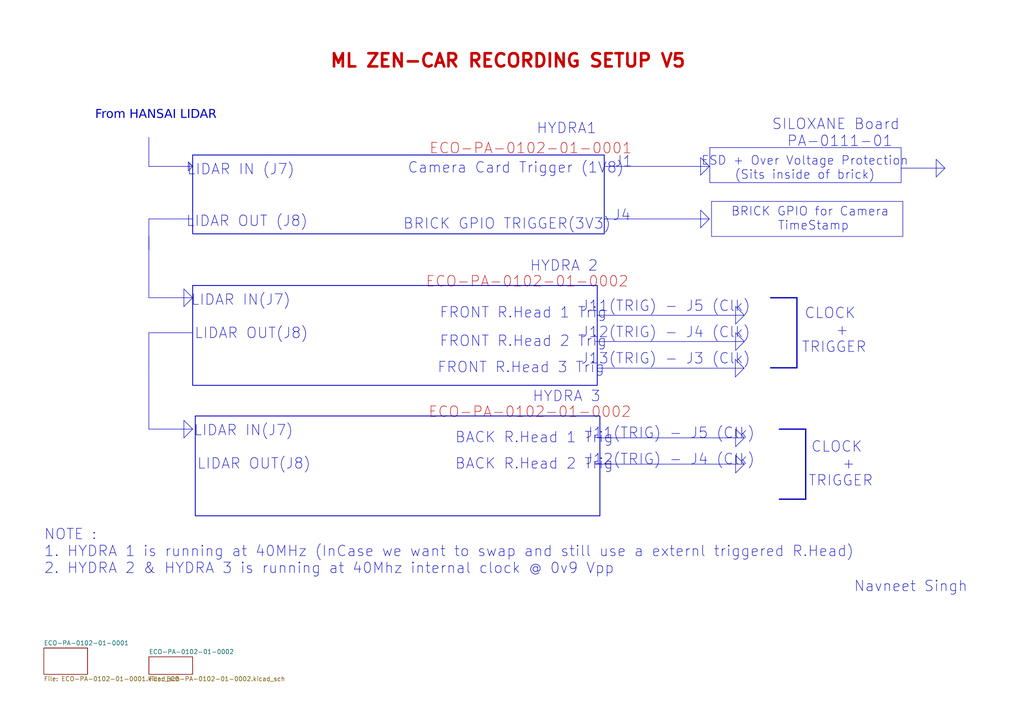
<source format=kicad_sch>
(kicad_sch
	(version 20231120)
	(generator "eeschema")
	(generator_version "8.0")
	(uuid "fea627ab-c9af-4a95-999c-c97ead2f931c")
	(paper "A4")
	(lib_symbols)
	(polyline
		(pts
			(xy 43.18 106.68) (xy 43.18 124.46)
		)
		(stroke
			(width 0)
			(type default)
		)
		(uuid "003337f9-ed0e-4700-a3ff-c0844aa6bf04")
	)
	(polyline
		(pts
			(xy 215.9 127) (xy 213.36 124.46)
		)
		(stroke
			(width 0)
			(type default)
		)
		(uuid "00b97949-3101-4f28-beda-79e97518eaa5")
	)
	(polyline
		(pts
			(xy 205.74 48.26) (xy 203.2 45.72)
		)
		(stroke
			(width 0)
			(type default)
		)
		(uuid "04a69e04-e47d-4f34-a52a-f26bf25c6624")
	)
	(polyline
		(pts
			(xy 172.72 134.62) (xy 215.9 134.62)
		)
		(stroke
			(width 0)
			(type default)
		)
		(uuid "0a12a930-ab87-4dc1-9057-c7b7a6512d67")
	)
	(polyline
		(pts
			(xy 213.36 129.54) (xy 215.9 127)
		)
		(stroke
			(width 0)
			(type default)
		)
		(uuid "0b6c62d6-9fba-4cc8-a7bd-60eece67dea3")
	)
	(polyline
		(pts
			(xy 271.526 51.308) (xy 274.066 48.768)
		)
		(stroke
			(width 0)
			(type default)
		)
		(uuid "0b8bf2fa-ee29-406e-b121-a1050d25cd17")
	)
	(polyline
		(pts
			(xy 55.88 48.26) (xy 54.61 49.53)
		)
		(stroke
			(width 0)
			(type default)
		)
		(uuid "0b97910d-a174-4bd9-88d6-1a90294e9973")
	)
	(polyline
		(pts
			(xy 203.2 66.04) (xy 205.74 63.5)
		)
		(stroke
			(width 0)
			(type default)
		)
		(uuid "0c608616-7c3a-44d6-b25e-e4dae33278c5")
	)
	(polyline
		(pts
			(xy 43.18 63.5) (xy 43.18 72.39)
		)
		(stroke
			(width 0)
			(type default)
		)
		(uuid "0ddcd18d-6f23-487d-85f7-2c305e8ec453")
	)
	(polyline
		(pts
			(xy 173.1922 91.4361) (xy 215.9 91.44)
		)
		(stroke
			(width 0)
			(type default)
		)
		(uuid "10c61e63-8a48-4046-8692-6c34cfc28b4f")
	)
	(polyline
		(pts
			(xy 203.2 50.8) (xy 205.74 48.26)
		)
		(stroke
			(width 0)
			(type default)
		)
		(uuid "169a7457-6f57-4cf5-b97e-a87da5a40ee2")
	)
	(polyline
		(pts
			(xy 43.18 48.26) (xy 55.88 48.26)
		)
		(stroke
			(width 0)
			(type default)
		)
		(uuid "194012a3-a99e-4ded-a49f-6c94a0521bd9")
	)
	(polyline
		(pts
			(xy 213.36 132.08) (xy 213.36 137.16)
		)
		(stroke
			(width 0)
			(type default)
		)
		(uuid "1c0794f9-8a58-424c-9907-7e061b494608")
	)
	(polyline
		(pts
			(xy 223.52 86.36) (xy 231.14 86.36)
		)
		(stroke
			(width 0.381)
			(type default)
		)
		(uuid "28f59892-0079-41da-9b15-948163ef86b0")
	)
	(polyline
		(pts
			(xy 226.06 124.46) (xy 233.68 124.46)
		)
		(stroke
			(width 0.381)
			(type default)
		)
		(uuid "2960d7f6-cdb5-43cd-99ee-b9c0ff8d7743")
	)
	(polyline
		(pts
			(xy 175.26 48.26) (xy 205.74 48.26)
		)
		(stroke
			(width 0)
			(type default)
		)
		(uuid "2d51caf9-6f24-4819-94e7-b7e7c7019c52")
	)
	(polyline
		(pts
			(xy 215.9 134.62) (xy 213.36 132.08)
		)
		(stroke
			(width 0)
			(type default)
		)
		(uuid "2f44e318-e11d-4b42-9d75-4e6f0151e475")
	)
	(polyline
		(pts
			(xy 203.2 60.96) (xy 203.2 66.04)
		)
		(stroke
			(width 0)
			(type default)
		)
		(uuid "2f7eeb75-f59b-4496-a31d-be8d92a9ee71")
	)
	(polyline
		(pts
			(xy 233.68 124.46) (xy 233.68 144.78)
		)
		(stroke
			(width 0.381)
			(type default)
		)
		(uuid "3056a98e-7391-48e1-bf46-3dc402c93e26")
	)
	(polyline
		(pts
			(xy 213.36 124.46) (xy 213.36 129.54)
		)
		(stroke
			(width 0)
			(type default)
		)
		(uuid "381a2e52-816f-4f13-8c27-3101812e4db2")
	)
	(polyline
		(pts
			(xy 43.18 39.878) (xy 43.18 48.26)
		)
		(stroke
			(width 0)
			(type default)
		)
		(uuid "434e1c73-f18b-485d-abc3-ae108b1d74f0")
	)
	(polyline
		(pts
			(xy 173.1922 126.9961) (xy 215.9 127)
		)
		(stroke
			(width 0)
			(type default)
		)
		(uuid "469ba60e-940d-4341-b63c-0afe3215042b")
	)
	(polyline
		(pts
			(xy 274.066 48.768) (xy 271.526 46.228)
		)
		(stroke
			(width 0)
			(type default)
		)
		(uuid "47a1a884-dab3-4ae0-b7a5-442eb4fd9eb7")
	)
	(polyline
		(pts
			(xy 54.61 46.99) (xy 55.88 48.26)
		)
		(stroke
			(width 0)
			(type default)
		)
		(uuid "52a4bc87-2e8c-408d-b260-3f3a00e75afc")
	)
	(polyline
		(pts
			(xy 54.61 46.99) (xy 55.88 48.26)
		)
		(stroke
			(width 0)
			(type default)
		)
		(uuid "5492b136-59b3-457c-b79b-eb2885544b88")
	)
	(polyline
		(pts
			(xy 53.34 121.92) (xy 53.34 127)
		)
		(stroke
			(width 0)
			(type default)
		)
		(uuid "55758bdf-d976-4f3a-a2f7-fb4659fa6edb")
	)
	(polyline
		(pts
			(xy 43.18 96.52) (xy 43.18 106.68)
		)
		(stroke
			(width 0)
			(type default)
		)
		(uuid "55ad5b82-f1c2-4787-b2d7-3dbe482dc2b6")
	)
	(polyline
		(pts
			(xy 223.52 106.68) (xy 231.14 106.68)
		)
		(stroke
			(width 0.381)
			(type default)
		)
		(uuid "5a2e98f0-1bc1-4787-84a9-26c07662ec34")
	)
	(polyline
		(pts
			(xy 43.18 63.5) (xy 55.88 63.5)
		)
		(stroke
			(width 0)
			(type default)
		)
		(uuid "600f9e6d-2b50-4c7c-85c4-a7103faa3335")
	)
	(polyline
		(pts
			(xy 54.61 46.99) (xy 54.61 49.53)
		)
		(stroke
			(width 0)
			(type default)
		)
		(uuid "69ac687f-230d-40e3-8fb0-d74a528987f6")
	)
	(polyline
		(pts
			(xy 53.34 127) (xy 55.88 124.46)
		)
		(stroke
			(width 0)
			(type default)
		)
		(uuid "6c260190-fd13-44ab-b2df-474f9cd2bb92")
	)
	(polyline
		(pts
			(xy 173.2748 106.7753) (xy 215.8196 106.7885)
		)
		(stroke
			(width 0)
			(type default)
		)
		(uuid "7048edf2-c743-49fa-bc97-8342a8fc5815")
	)
	(polyline
		(pts
			(xy 215.9 99.06) (xy 213.36 96.52)
		)
		(stroke
			(width 0)
			(type default)
		)
		(uuid "745c49fe-ad96-48a2-8812-e4cfab472094")
	)
	(polyline
		(pts
			(xy 213.36 101.6) (xy 215.9 99.06)
		)
		(stroke
			(width 0)
			(type default)
		)
		(uuid "76118762-4c09-462b-9ecc-409df64a0f3f")
	)
	(polyline
		(pts
			(xy 43.18 86.36) (xy 55.88 86.36)
		)
		(stroke
			(width 0)
			(type default)
		)
		(uuid "8098f0f3-d141-4ebd-ab6e-1e1de3fdd10e")
	)
	(polyline
		(pts
			(xy 43.18 96.52) (xy 55.88 96.52)
		)
		(stroke
			(width 0)
			(type default)
		)
		(uuid "8619559f-d4ea-4468-b8e7-e7007290cc60")
	)
	(polyline
		(pts
			(xy 213.36 93.98) (xy 215.9 91.44)
		)
		(stroke
			(width 0)
			(type default)
		)
		(uuid "8969fabf-bd32-407a-aba8-8a26caaf57d7")
	)
	(polyline
		(pts
			(xy 175.26 63.5) (xy 205.74 63.5)
		)
		(stroke
			(width 0)
			(type default)
		)
		(uuid "8a441010-bdee-40a9-b210-0a7a6e21c677")
	)
	(polyline
		(pts
			(xy 271.526 46.228) (xy 271.526 51.308)
		)
		(stroke
			(width 0)
			(type default)
		)
		(uuid "8a9778fb-cdbb-4e6a-9bce-1b975994f3e0")
	)
	(polyline
		(pts
			(xy 231.14 86.36) (xy 231.14 106.68)
		)
		(stroke
			(width 0.381)
			(type default)
		)
		(uuid "9050c2e2-89e7-4f15-9ff7-7acf69085034")
	)
	(polyline
		(pts
			(xy 213.2796 109.3285) (xy 215.8196 106.7885)
		)
		(stroke
			(width 0)
			(type default)
		)
		(uuid "a15c74ab-0077-43a3-83f2-daa43f56c841")
	)
	(polyline
		(pts
			(xy 213.36 137.16) (xy 215.9 134.62)
		)
		(stroke
			(width 0)
			(type default)
		)
		(uuid "b6064979-53ce-4f86-ac45-fe5f9418b6cf")
	)
	(polyline
		(pts
			(xy 226.06 144.78) (xy 233.68 144.78)
		)
		(stroke
			(width 0.381)
			(type default)
		)
		(uuid "b7ccce9d-f240-4ecb-ae4e-b68c261a360e")
	)
	(polyline
		(pts
			(xy 213.36 96.52) (xy 213.36 101.6)
		)
		(stroke
			(width 0)
			(type default)
		)
		(uuid "c278c48a-0bed-4c8f-9945-d8dbb26152e5")
	)
	(polyline
		(pts
			(xy 53.34 83.82) (xy 53.34 88.9)
		)
		(stroke
			(width 0)
			(type default)
		)
		(uuid "c4f1628d-edec-49dd-81cd-ef39d0f645c9")
	)
	(polyline
		(pts
			(xy 205.74 63.5) (xy 203.2 60.96)
		)
		(stroke
			(width 0)
			(type default)
		)
		(uuid "c8db6092-d5d0-452d-9501-1e7d77e93752")
	)
	(polyline
		(pts
			(xy 215.8196 106.7885) (xy 213.2796 104.2485)
		)
		(stroke
			(width 0)
			(type default)
		)
		(uuid "d8c40aba-16ce-458a-9b95-6fe4bb39c6d3")
	)
	(polyline
		(pts
			(xy 261.366 48.768) (xy 274.066 48.768)
		)
		(stroke
			(width 0)
			(type default)
		)
		(uuid "da84a517-38ec-4d35-9362-0d8e95779267")
	)
	(polyline
		(pts
			(xy 213.36 88.9) (xy 213.36 93.98)
		)
		(stroke
			(width 0)
			(type default)
		)
		(uuid "dbb0f959-bb2f-4202-aebf-ad05e8d78f04")
	)
	(polyline
		(pts
			(xy 43.18 68.58) (xy 43.18 86.36)
		)
		(stroke
			(width 0)
			(type default)
		)
		(uuid "df3bfad0-fb99-4b24-8cfa-aef683680d74")
	)
	(polyline
		(pts
			(xy 203.2 45.72) (xy 203.2 50.8)
		)
		(stroke
			(width 0)
			(type default)
		)
		(uuid "e3109dee-354a-4d4a-bc9e-498bae821185")
	)
	(polyline
		(pts
			(xy 213.2796 104.2485) (xy 213.2796 109.3285)
		)
		(stroke
			(width 0)
			(type default)
		)
		(uuid "e36ebf19-1cd7-4608-982b-68bf59e70442")
	)
	(polyline
		(pts
			(xy 172.72 99.06) (xy 215.9 99.06)
		)
		(stroke
			(width 0)
			(type default)
		)
		(uuid "e57c5593-b22e-42e3-8afe-794a3a491e4c")
	)
	(polyline
		(pts
			(xy 53.34 88.9) (xy 55.88 86.36)
		)
		(stroke
			(width 0)
			(type default)
		)
		(uuid "e792525c-8644-4660-a84a-8d5b25b4e246")
	)
	(polyline
		(pts
			(xy 215.9 91.44) (xy 213.36 88.9)
		)
		(stroke
			(width 0)
			(type default)
		)
		(uuid "e8e42272-7cac-4d47-8abc-23dc899cf9cc")
	)
	(polyline
		(pts
			(xy 55.88 86.36) (xy 53.34 83.82)
		)
		(stroke
			(width 0)
			(type default)
		)
		(uuid "efd16182-7b56-4856-bad8-f9e326878a6a")
	)
	(polyline
		(pts
			(xy 55.88 124.46) (xy 53.34 121.92)
		)
		(stroke
			(width 0)
			(type default)
		)
		(uuid "f0f96cbd-0425-4dd3-bc8b-ec099d45f5c6")
	)
	(polyline
		(pts
			(xy 43.18 124.46) (xy 55.88 124.46)
		)
		(stroke
			(width 0)
			(type default)
		)
		(uuid "f203cb33-d24a-4669-95f2-dc652b661f85")
	)
	(rectangle
		(start 205.8789 42.8106)
		(end 261.366 52.9706)
		(stroke
			(width 0)
			(type default)
		)
		(fill
			(type none)
		)
		(uuid 697f27fc-ee79-412a-aed1-5349ae575ed5)
	)
	(rectangle
		(start 55.88 44.958)
		(end 175.26 67.818)
		(stroke
			(width 0.254)
			(type default)
		)
		(fill
			(type none)
		)
		(uuid 9b3bef47-77ad-4ebd-b85d-007eaa34e195)
	)
	(rectangle
		(start 55.88 82.804)
		(end 173.228 111.76)
		(stroke
			(width 0.254)
			(type default)
		)
		(fill
			(type none)
		)
		(uuid 9f559903-5668-423d-b413-a4063d0fefdf)
	)
	(rectangle
		(start 206.375 58.42)
		(end 261.8621 68.58)
		(stroke
			(width 0)
			(type default)
		)
		(fill
			(type none)
		)
		(uuid b6413081-28a4-44ff-b477-30cf62785961)
	)
	(rectangle
		(start 56.642 120.65)
		(end 173.99 149.606)
		(stroke
			(width 0.254)
			(type default)
		)
		(fill
			(type none)
		)
		(uuid f035ef04-97ea-4bbe-a697-bac102009196)
	)
	(text "HYDRA1\n"
		(exclude_from_sim no)
		(at 164.338 37.338 0)
		(effects
			(font
				(size 3.048 3.048)
			)
		)
		(uuid "141115d2-ab4f-448a-882d-7f73b27a6e4f")
	)
	(text "LIDAR IN (J7)\n"
		(exclude_from_sim no)
		(at 69.85 49.276 0)
		(effects
			(font
				(size 3.048 3.048)
			)
		)
		(uuid "1cf485fb-3070-41bf-a373-eaa54ed883e5")
	)
	(text "Camera Card Trigger (1V8)\n"
		(exclude_from_sim no)
		(at 149.606 48.768 0)
		(effects
			(font
				(size 3.048 3.048)
			)
		)
		(uuid "276ae73b-eaac-4d1e-af04-8610b353d04d")
	)
	(text "J12(TRIG) - J4 (Clk)\n"
		(exclude_from_sim no)
		(at 194.31 133.35 0)
		(effects
			(font
				(size 3.048 3.048)
			)
		)
		(uuid "2a5d212e-ff89-4576-a747-d1d05b934487")
	)
	(text "J13(TRIG) - J3 (Clk)\n"
		(exclude_from_sim no)
		(at 193.04 104.14 0)
		(effects
			(font
				(size 3.048 3.048)
			)
		)
		(uuid "2bd67b3e-2795-4b62-a58c-81adaa69ca65")
	)
	(text "HYDRA 3\n"
		(exclude_from_sim no)
		(at 164.338 115.062 0)
		(effects
			(font
				(size 3.048 3.048)
			)
		)
		(uuid "32ce1c4e-b598-4062-9627-9405bbd0fef5")
	)
	(text "BRICK GPIO for Camera\n TimeStamp\n"
		(exclude_from_sim no)
		(at 234.95 63.5 0)
		(effects
			(font
				(size 2.54 2.54)
			)
		)
		(uuid "355a5d3b-1e4c-421c-96e0-0899301a5221")
	)
	(text "LIDAR IN(J7)\n"
		(exclude_from_sim no)
		(at 70.612 124.968 0)
		(effects
			(font
				(size 3.048 3.048)
			)
		)
		(uuid "35a75de1-f4a4-48ef-8524-42123201ea25")
	)
	(text "FRONT R.Head 1 Trig\n"
		(exclude_from_sim no)
		(at 151.765 90.805 0)
		(effects
			(font
				(size 3.048 3.048)
			)
		)
		(uuid "44df95fb-96ab-4070-bdef-9e1f9c94401d")
	)
	(text "J12(TRIG) - J4 (Clk)\n"
		(exclude_from_sim no)
		(at 193.04 96.52 0)
		(effects
			(font
				(size 3.048 3.048)
			)
		)
		(uuid "4a326edb-9399-4dfb-ac28-8e24ebd5149f")
	)
	(text "BRICK GPIO TRIGGER(3V3)"
		(exclude_from_sim no)
		(at 147.066 65.024 0)
		(effects
			(font
				(size 3.048 3.048)
			)
		)
		(uuid "55904b70-7dd9-47c2-925b-085099bb0f89")
	)
	(text "J4\n\n"
		(exclude_from_sim no)
		(at 180.34 65.024 0)
		(effects
			(font
				(size 3.048 3.048)
			)
		)
		(uuid "6f497da0-8ed8-434d-bfea-546fa382ca2f")
	)
	(text "ECO-PA-0102-01-0002\n"
		(exclude_from_sim no)
		(at 153.67 119.634 0)
		(effects
			(font
				(size 3.048 3.048)
				(color 194 0 0 1)
			)
		)
		(uuid "80a9e944-2053-4379-bf26-55876d87968b")
	)
	(text "NOTE : \n1. HYDRA 1 is running at 40MHz (InCase we want to swap and still use a externl triggered R.Head)\n2. HYDRA 2 & HYDRA 3 is running at 40Mhz internal clock @ 0v9 Vpp\n"
		(exclude_from_sim no)
		(at 12.7 160.02 0)
		(effects
			(font
				(size 3.048 3.048)
			)
			(justify left)
		)
		(uuid "8a869c44-81ae-464e-8f6d-ced8cf07b352")
	)
	(text "ML ZEN-CAR RECORDING SETUP V5"
		(exclude_from_sim no)
		(at 147.32 17.78 0)
		(effects
			(font
				(size 3.81 3.81)
				(thickness 0.762)
				(bold yes)
				(color 194 0 0 1)
			)
		)
		(uuid "8b8ddc21-155a-43ea-a2c4-b2542a3831de")
	)
	(text "J11(TRIG) - J5 (Clk)\n"
		(exclude_from_sim no)
		(at 193.04 88.9 0)
		(effects
			(font
				(size 3.048 3.048)
			)
		)
		(uuid "962156b6-bca7-46e1-a15b-283f8ad4a9b6")
	)
	(text "From HANSAI LIDAR\n"
		(exclude_from_sim no)
		(at 45.212 34.036 0)
		(effects
			(font
				(face "Calibri Light")
				(size 2.54 2.54)
			)
		)
		(uuid "9a700cee-0cea-4b3a-adb4-f0a4da844ad0")
	)
	(text "ECO-PA-0102-01-0001"
		(exclude_from_sim no)
		(at 153.924 43.18 0)
		(effects
			(font
				(size 3.048 3.048)
				(color 194 0 0 1)
			)
		)
		(uuid "9dd0be02-5d4a-41d2-ab01-18bdd9e46bdd")
	)
	(text "CLOCK \n  +\nTRIGGER"
		(exclude_from_sim no)
		(at 243.84 134.62 0)
		(effects
			(font
				(size 3.048 3.048)
			)
		)
		(uuid "a2601c4a-afae-43a2-bb98-30836d1391c5")
	)
	(text "LIDAR OUT(J8)"
		(exclude_from_sim no)
		(at 72.898 96.774 0)
		(effects
			(font
				(size 3.048 3.048)
			)
		)
		(uuid "ac077c91-2b68-4c7b-848d-4ba858093695")
	)
	(text "J1\n"
		(exclude_from_sim no)
		(at 180.848 46.99 0)
		(effects
			(font
				(size 3.048 3.048)
			)
		)
		(uuid "ac8748bc-214e-4b87-a6e8-0445db937405")
	)
	(text "ECO-PA-0102-01-0002\n"
		(exclude_from_sim no)
		(at 152.908 81.788 0)
		(effects
			(font
				(size 3.048 3.048)
				(color 194 0 0 1)
			)
		)
		(uuid "b522b88b-812f-431c-b317-0dda182c2757")
	)
	(text "HYDRA 2\n"
		(exclude_from_sim no)
		(at 163.576 77.216 0)
		(effects
			(font
				(size 3.048 3.048)
			)
		)
		(uuid "ba20b6db-8c31-498a-bd99-49ffdfa46a82")
	)
	(text "LIDAR OUT (J8)\n"
		(exclude_from_sim no)
		(at 71.628 64.262 0)
		(effects
			(font
				(size 3.048 3.048)
			)
		)
		(uuid "bf6949a2-95fd-4176-b6ca-f2ac186870b4")
	)
	(text "LIDAR IN(J7)\n"
		(exclude_from_sim no)
		(at 69.85 87.122 0)
		(effects
			(font
				(size 3.048 3.048)
			)
		)
		(uuid "c920a879-734d-4773-80f3-4bb4ca144a2c")
	)
	(text "SILOXANE Board \nPA-0111-01"
		(exclude_from_sim no)
		(at 243.586 38.608 0)
		(effects
			(font
				(size 3.048 3.048)
			)
		)
		(uuid "cf3974bc-4a96-4c96-9f03-5c88fb353e1c")
	)
	(text "Navneet Singh"
		(exclude_from_sim no)
		(at 264.16 170.18 0)
		(effects
			(font
				(size 3.048 3.048)
			)
		)
		(uuid "d4c34af2-63ad-4960-9d39-e46d6b015bab")
	)
	(text "J11(TRIG) - J5 (Clk)\n"
		(exclude_from_sim no)
		(at 194.31 125.73 0)
		(effects
			(font
				(size 3.048 3.048)
			)
		)
		(uuid "daf589f1-e99b-4d23-9484-348cdfda4a25")
	)
	(text "BACK R.Head 1 Trig\n"
		(exclude_from_sim no)
		(at 154.94 127 0)
		(effects
			(font
				(size 3.048 3.048)
			)
		)
		(uuid "e8193974-7c1c-431e-8b9f-25bf224ac48e")
	)
	(text "LIDAR OUT(J8)"
		(exclude_from_sim no)
		(at 73.66 134.62 0)
		(effects
			(font
				(size 3.048 3.048)
			)
		)
		(uuid "e989eb5e-0acd-41d1-aef3-9d0ce235dd75")
	)
	(text "BACK R.Head 2 Trig\n"
		(exclude_from_sim no)
		(at 154.94 134.62 0)
		(effects
			(font
				(size 3.048 3.048)
			)
		)
		(uuid "f0a8337d-34db-48d9-9174-ddb79e6132d7")
	)
	(text "ESD + Over Voltage Protection\n(Sits inside of brick)"
		(exclude_from_sim no)
		(at 233.426 48.768 0)
		(effects
			(font
				(size 2.54 2.54)
			)
		)
		(uuid "f558dc10-4a7d-41e2-a94a-b5ebb9d38e62")
	)
	(text "FRONT R.Head 3 Trig\n"
		(exclude_from_sim no)
		(at 151.13 106.68 0)
		(effects
			(font
				(size 3.048 3.048)
			)
		)
		(uuid "f578284b-f831-4887-83ef-0ded76d16176")
	)
	(text "FRONT R.Head 2 Trig\n"
		(exclude_from_sim no)
		(at 151.765 99.06 0)
		(effects
			(font
				(size 3.048 3.048)
			)
		)
		(uuid "f800cb03-0d0e-4551-9e36-5f1f0bc43b34")
	)
	(text "CLOCK \n  +\nTRIGGER"
		(exclude_from_sim no)
		(at 241.935 95.885 0)
		(effects
			(font
				(size 3.048 3.048)
			)
		)
		(uuid "fea30191-aa8a-4ba1-822a-8560beabb7d4")
	)
	(sheet
		(at 12.7 187.96)
		(size 12.7 7.62)
		(fields_autoplaced yes)
		(stroke
			(width 0.1524)
			(type solid)
		)
		(fill
			(color 0 0 0 0.0000)
		)
		(uuid "51ebb5f3-bc4d-4a9c-9777-240a37ba1feb")
		(property "Sheetname" "ECO-PA-0102-01-0001"
			(at 12.7 187.2484 0)
			(effects
				(font
					(size 1.27 1.27)
				)
				(justify left bottom)
			)
		)
		(property "Sheetfile" "ECO-PA-0102-01-0001.kicad_sch"
			(at 12.7 196.1646 0)
			(effects
				(font
					(size 1.27 1.27)
				)
				(justify left top)
			)
		)
		(instances
			(project "HYDRA_ML_V3"
				(path "/fea627ab-c9af-4a95-999c-c97ead2f931c"
					(page "2")
				)
			)
		)
	)
	(sheet
		(at 43.18 190.5)
		(size 12.7 5.08)
		(fields_autoplaced yes)
		(stroke
			(width 0.1524)
			(type solid)
		)
		(fill
			(color 0 0 0 0.0000)
		)
		(uuid "c9fa4284-5849-482c-8f88-b77fd52068a3")
		(property "Sheetname" "ECO-PA-0102-01-0002"
			(at 43.18 189.7884 0)
			(effects
				(font
					(size 1.27 1.27)
				)
				(justify left bottom)
			)
		)
		(property "Sheetfile" "ECO-PA-0102-01-0002.kicad_sch"
			(at 43.18 196.1646 0)
			(effects
				(font
					(size 1.27 1.27)
				)
				(justify left top)
			)
		)
		(instances
			(project "HYDRA_ML_V3"
				(path "/fea627ab-c9af-4a95-999c-c97ead2f931c"
					(page "3")
				)
			)
		)
	)
	(sheet_instances
		(path "/"
			(page "1")
		)
	)
)

</source>
